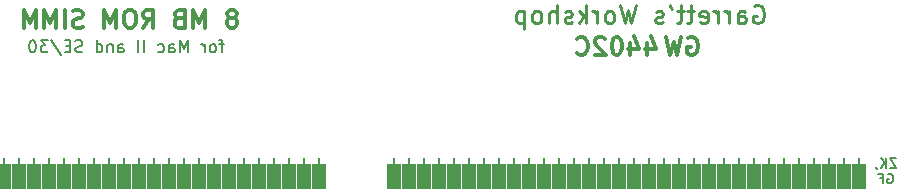
<source format=gbo>
G04 #@! TF.GenerationSoftware,KiCad,Pcbnew,(6.0.1-0)*
G04 #@! TF.CreationDate,2022-02-13T04:03:45-05:00*
G04 #@! TF.ProjectId,ROMSIMM,524f4d53-494d-44d2-9e6b-696361645f70,1.0*
G04 #@! TF.SameCoordinates,Original*
G04 #@! TF.FileFunction,Legend,Bot*
G04 #@! TF.FilePolarity,Positive*
%FSLAX46Y46*%
G04 Gerber Fmt 4.6, Leading zero omitted, Abs format (unit mm)*
G04 Created by KiCad (PCBNEW (6.0.1-0)) date 2022-02-13 04:03:45*
%MOMM*%
%LPD*%
G01*
G04 APERTURE LIST*
G04 Aperture macros list*
%AMRoundRect*
0 Rectangle with rounded corners*
0 $1 Rounding radius*
0 $2 $3 $4 $5 $6 $7 $8 $9 X,Y pos of 4 corners*
0 Add a 4 corners polygon primitive as box body*
4,1,4,$2,$3,$4,$5,$6,$7,$8,$9,$2,$3,0*
0 Add four circle primitives for the rounded corners*
1,1,$1+$1,$2,$3*
1,1,$1+$1,$4,$5*
1,1,$1+$1,$6,$7*
1,1,$1+$1,$8,$9*
0 Add four rect primitives between the rounded corners*
20,1,$1+$1,$2,$3,$4,$5,0*
20,1,$1+$1,$4,$5,$6,$7,0*
20,1,$1+$1,$6,$7,$8,$9,0*
20,1,$1+$1,$8,$9,$2,$3,0*%
G04 Aperture macros list end*
%ADD10C,0.203200*%
%ADD11C,0.300000*%
%ADD12C,0.225000*%
%ADD13C,0.175000*%
%ADD14RoundRect,0.491560X-0.104140X-1.107440X0.104140X-1.107440X0.104140X1.107440X-0.104140X1.107440X0*%
%ADD15C,1.448000*%
G04 APERTURE END LIST*
D10*
X109440133Y-114869685D02*
X109053085Y-114869685D01*
X109294990Y-115547019D02*
X109294990Y-114676161D01*
X109246609Y-114579400D01*
X109149847Y-114531019D01*
X109053085Y-114531019D01*
X108569276Y-115547019D02*
X108666038Y-115498638D01*
X108714419Y-115450257D01*
X108762800Y-115353495D01*
X108762800Y-115063209D01*
X108714419Y-114966447D01*
X108666038Y-114918066D01*
X108569276Y-114869685D01*
X108424133Y-114869685D01*
X108327371Y-114918066D01*
X108278990Y-114966447D01*
X108230609Y-115063209D01*
X108230609Y-115353495D01*
X108278990Y-115450257D01*
X108327371Y-115498638D01*
X108424133Y-115547019D01*
X108569276Y-115547019D01*
X107795180Y-115547019D02*
X107795180Y-114869685D01*
X107795180Y-115063209D02*
X107746800Y-114966447D01*
X107698419Y-114918066D01*
X107601657Y-114869685D01*
X107504895Y-114869685D01*
X106392133Y-115547019D02*
X106392133Y-114531019D01*
X106053466Y-115256733D01*
X105714800Y-114531019D01*
X105714800Y-115547019D01*
X104795561Y-115547019D02*
X104795561Y-115014828D01*
X104843942Y-114918066D01*
X104940704Y-114869685D01*
X105134228Y-114869685D01*
X105230990Y-114918066D01*
X104795561Y-115498638D02*
X104892323Y-115547019D01*
X105134228Y-115547019D01*
X105230990Y-115498638D01*
X105279371Y-115401876D01*
X105279371Y-115305114D01*
X105230990Y-115208352D01*
X105134228Y-115159971D01*
X104892323Y-115159971D01*
X104795561Y-115111590D01*
X103876323Y-115498638D02*
X103973085Y-115547019D01*
X104166609Y-115547019D01*
X104263371Y-115498638D01*
X104311752Y-115450257D01*
X104360133Y-115353495D01*
X104360133Y-115063209D01*
X104311752Y-114966447D01*
X104263371Y-114918066D01*
X104166609Y-114869685D01*
X103973085Y-114869685D01*
X103876323Y-114918066D01*
X102666800Y-115547019D02*
X102666800Y-114531019D01*
X102182990Y-115547019D02*
X102182990Y-114531019D01*
X100489657Y-115547019D02*
X100489657Y-115014828D01*
X100538038Y-114918066D01*
X100634800Y-114869685D01*
X100828323Y-114869685D01*
X100925085Y-114918066D01*
X100489657Y-115498638D02*
X100586419Y-115547019D01*
X100828323Y-115547019D01*
X100925085Y-115498638D01*
X100973466Y-115401876D01*
X100973466Y-115305114D01*
X100925085Y-115208352D01*
X100828323Y-115159971D01*
X100586419Y-115159971D01*
X100489657Y-115111590D01*
X100005847Y-114869685D02*
X100005847Y-115547019D01*
X100005847Y-114966447D02*
X99957466Y-114918066D01*
X99860704Y-114869685D01*
X99715561Y-114869685D01*
X99618800Y-114918066D01*
X99570419Y-115014828D01*
X99570419Y-115547019D01*
X98651180Y-115547019D02*
X98651180Y-114531019D01*
X98651180Y-115498638D02*
X98747942Y-115547019D01*
X98941466Y-115547019D01*
X99038228Y-115498638D01*
X99086609Y-115450257D01*
X99134990Y-115353495D01*
X99134990Y-115063209D01*
X99086609Y-114966447D01*
X99038228Y-114918066D01*
X98941466Y-114869685D01*
X98747942Y-114869685D01*
X98651180Y-114918066D01*
X97441657Y-115498638D02*
X97296514Y-115547019D01*
X97054609Y-115547019D01*
X96957847Y-115498638D01*
X96909466Y-115450257D01*
X96861085Y-115353495D01*
X96861085Y-115256733D01*
X96909466Y-115159971D01*
X96957847Y-115111590D01*
X97054609Y-115063209D01*
X97248133Y-115014828D01*
X97344895Y-114966447D01*
X97393276Y-114918066D01*
X97441657Y-114821304D01*
X97441657Y-114724542D01*
X97393276Y-114627780D01*
X97344895Y-114579400D01*
X97248133Y-114531019D01*
X97006228Y-114531019D01*
X96861085Y-114579400D01*
X96425657Y-115014828D02*
X96086990Y-115014828D01*
X95941847Y-115547019D02*
X96425657Y-115547019D01*
X96425657Y-114531019D01*
X95941847Y-114531019D01*
X94780704Y-114482638D02*
X95651561Y-115788923D01*
X94538800Y-114531019D02*
X93909847Y-114531019D01*
X94248514Y-114918066D01*
X94103371Y-114918066D01*
X94006609Y-114966447D01*
X93958228Y-115014828D01*
X93909847Y-115111590D01*
X93909847Y-115353495D01*
X93958228Y-115450257D01*
X94006609Y-115498638D01*
X94103371Y-115547019D01*
X94393657Y-115547019D01*
X94490419Y-115498638D01*
X94538800Y-115450257D01*
X93280895Y-114531019D02*
X93184133Y-114531019D01*
X93087371Y-114579400D01*
X93038990Y-114627780D01*
X92990609Y-114724542D01*
X92942228Y-114918066D01*
X92942228Y-115159971D01*
X92990609Y-115353495D01*
X93038990Y-115450257D01*
X93087371Y-115498638D01*
X93184133Y-115547019D01*
X93280895Y-115547019D01*
X93377657Y-115498638D01*
X93426038Y-115450257D01*
X93474419Y-115353495D01*
X93522800Y-115159971D01*
X93522800Y-114918066D01*
X93474419Y-114724542D01*
X93426038Y-114627780D01*
X93377657Y-114579400D01*
X93280895Y-114531019D01*
D11*
X110254142Y-112594571D02*
X110399285Y-112522000D01*
X110471857Y-112449428D01*
X110544428Y-112304285D01*
X110544428Y-112231714D01*
X110471857Y-112086571D01*
X110399285Y-112014000D01*
X110254142Y-111941428D01*
X109963857Y-111941428D01*
X109818714Y-112014000D01*
X109746142Y-112086571D01*
X109673571Y-112231714D01*
X109673571Y-112304285D01*
X109746142Y-112449428D01*
X109818714Y-112522000D01*
X109963857Y-112594571D01*
X110254142Y-112594571D01*
X110399285Y-112667142D01*
X110471857Y-112739714D01*
X110544428Y-112884857D01*
X110544428Y-113175142D01*
X110471857Y-113320285D01*
X110399285Y-113392857D01*
X110254142Y-113465428D01*
X109963857Y-113465428D01*
X109818714Y-113392857D01*
X109746142Y-113320285D01*
X109673571Y-113175142D01*
X109673571Y-112884857D01*
X109746142Y-112739714D01*
X109818714Y-112667142D01*
X109963857Y-112594571D01*
X107859285Y-113465428D02*
X107859285Y-111941428D01*
X107351285Y-113030000D01*
X106843285Y-111941428D01*
X106843285Y-113465428D01*
X105609571Y-112667142D02*
X105391857Y-112739714D01*
X105319285Y-112812285D01*
X105246714Y-112957428D01*
X105246714Y-113175142D01*
X105319285Y-113320285D01*
X105391857Y-113392857D01*
X105537000Y-113465428D01*
X106117571Y-113465428D01*
X106117571Y-111941428D01*
X105609571Y-111941428D01*
X105464428Y-112014000D01*
X105391857Y-112086571D01*
X105319285Y-112231714D01*
X105319285Y-112376857D01*
X105391857Y-112522000D01*
X105464428Y-112594571D01*
X105609571Y-112667142D01*
X106117571Y-112667142D01*
X102561571Y-113465428D02*
X103069571Y-112739714D01*
X103432428Y-113465428D02*
X103432428Y-111941428D01*
X102851857Y-111941428D01*
X102706714Y-112014000D01*
X102634142Y-112086571D01*
X102561571Y-112231714D01*
X102561571Y-112449428D01*
X102634142Y-112594571D01*
X102706714Y-112667142D01*
X102851857Y-112739714D01*
X103432428Y-112739714D01*
X101618142Y-111941428D02*
X101327857Y-111941428D01*
X101182714Y-112014000D01*
X101037571Y-112159142D01*
X100965000Y-112449428D01*
X100965000Y-112957428D01*
X101037571Y-113247714D01*
X101182714Y-113392857D01*
X101327857Y-113465428D01*
X101618142Y-113465428D01*
X101763285Y-113392857D01*
X101908428Y-113247714D01*
X101981000Y-112957428D01*
X101981000Y-112449428D01*
X101908428Y-112159142D01*
X101763285Y-112014000D01*
X101618142Y-111941428D01*
X100311857Y-113465428D02*
X100311857Y-111941428D01*
X99803857Y-113030000D01*
X99295857Y-111941428D01*
X99295857Y-113465428D01*
X97481571Y-113392857D02*
X97263857Y-113465428D01*
X96901000Y-113465428D01*
X96755857Y-113392857D01*
X96683285Y-113320285D01*
X96610714Y-113175142D01*
X96610714Y-113030000D01*
X96683285Y-112884857D01*
X96755857Y-112812285D01*
X96901000Y-112739714D01*
X97191285Y-112667142D01*
X97336428Y-112594571D01*
X97409000Y-112522000D01*
X97481571Y-112376857D01*
X97481571Y-112231714D01*
X97409000Y-112086571D01*
X97336428Y-112014000D01*
X97191285Y-111941428D01*
X96828428Y-111941428D01*
X96610714Y-112014000D01*
X95957571Y-113465428D02*
X95957571Y-111941428D01*
X95231857Y-113465428D02*
X95231857Y-111941428D01*
X94723857Y-113030000D01*
X94215857Y-111941428D01*
X94215857Y-113465428D01*
X93490142Y-113465428D02*
X93490142Y-111941428D01*
X92982142Y-113030000D01*
X92474142Y-111941428D01*
X92474142Y-113465428D01*
D12*
X154305000Y-111633000D02*
X154450142Y-111560428D01*
X154667857Y-111560428D01*
X154885571Y-111633000D01*
X155030714Y-111778142D01*
X155103285Y-111923285D01*
X155175857Y-112213571D01*
X155175857Y-112431285D01*
X155103285Y-112721571D01*
X155030714Y-112866714D01*
X154885571Y-113011857D01*
X154667857Y-113084428D01*
X154522714Y-113084428D01*
X154305000Y-113011857D01*
X154232428Y-112939285D01*
X154232428Y-112431285D01*
X154522714Y-112431285D01*
X152926142Y-113084428D02*
X152926142Y-112286142D01*
X152998714Y-112141000D01*
X153143857Y-112068428D01*
X153434142Y-112068428D01*
X153579285Y-112141000D01*
X152926142Y-113011857D02*
X153071285Y-113084428D01*
X153434142Y-113084428D01*
X153579285Y-113011857D01*
X153651857Y-112866714D01*
X153651857Y-112721571D01*
X153579285Y-112576428D01*
X153434142Y-112503857D01*
X153071285Y-112503857D01*
X152926142Y-112431285D01*
X152200428Y-113084428D02*
X152200428Y-112068428D01*
X152200428Y-112358714D02*
X152127857Y-112213571D01*
X152055285Y-112141000D01*
X151910142Y-112068428D01*
X151765000Y-112068428D01*
X151257000Y-113084428D02*
X151257000Y-112068428D01*
X151257000Y-112358714D02*
X151184428Y-112213571D01*
X151111857Y-112141000D01*
X150966714Y-112068428D01*
X150821571Y-112068428D01*
X149733000Y-113011857D02*
X149878142Y-113084428D01*
X150168428Y-113084428D01*
X150313571Y-113011857D01*
X150386142Y-112866714D01*
X150386142Y-112286142D01*
X150313571Y-112141000D01*
X150168428Y-112068428D01*
X149878142Y-112068428D01*
X149733000Y-112141000D01*
X149660428Y-112286142D01*
X149660428Y-112431285D01*
X150386142Y-112576428D01*
X149225000Y-112068428D02*
X148644428Y-112068428D01*
X149007285Y-111560428D02*
X149007285Y-112866714D01*
X148934714Y-113011857D01*
X148789571Y-113084428D01*
X148644428Y-113084428D01*
X148354142Y-112068428D02*
X147773571Y-112068428D01*
X148136428Y-111560428D02*
X148136428Y-112866714D01*
X148063857Y-113011857D01*
X147918714Y-113084428D01*
X147773571Y-113084428D01*
X147193000Y-111560428D02*
X147193000Y-111633000D01*
X147265571Y-111778142D01*
X147338142Y-111850714D01*
X146612428Y-113011857D02*
X146467285Y-113084428D01*
X146177000Y-113084428D01*
X146031857Y-113011857D01*
X145959285Y-112866714D01*
X145959285Y-112794142D01*
X146031857Y-112649000D01*
X146177000Y-112576428D01*
X146394714Y-112576428D01*
X146539857Y-112503857D01*
X146612428Y-112358714D01*
X146612428Y-112286142D01*
X146539857Y-112141000D01*
X146394714Y-112068428D01*
X146177000Y-112068428D01*
X146031857Y-112141000D01*
X144290142Y-111560428D02*
X143927285Y-113084428D01*
X143637000Y-111995857D01*
X143346714Y-113084428D01*
X142983857Y-111560428D01*
X142185571Y-113084428D02*
X142330714Y-113011857D01*
X142403285Y-112939285D01*
X142475857Y-112794142D01*
X142475857Y-112358714D01*
X142403285Y-112213571D01*
X142330714Y-112141000D01*
X142185571Y-112068428D01*
X141967857Y-112068428D01*
X141822714Y-112141000D01*
X141750142Y-112213571D01*
X141677571Y-112358714D01*
X141677571Y-112794142D01*
X141750142Y-112939285D01*
X141822714Y-113011857D01*
X141967857Y-113084428D01*
X142185571Y-113084428D01*
X141024428Y-113084428D02*
X141024428Y-112068428D01*
X141024428Y-112358714D02*
X140951857Y-112213571D01*
X140879285Y-112141000D01*
X140734142Y-112068428D01*
X140589000Y-112068428D01*
X140081000Y-113084428D02*
X140081000Y-111560428D01*
X139935857Y-112503857D02*
X139500428Y-113084428D01*
X139500428Y-112068428D02*
X140081000Y-112649000D01*
X138919857Y-113011857D02*
X138774714Y-113084428D01*
X138484428Y-113084428D01*
X138339285Y-113011857D01*
X138266714Y-112866714D01*
X138266714Y-112794142D01*
X138339285Y-112649000D01*
X138484428Y-112576428D01*
X138702142Y-112576428D01*
X138847285Y-112503857D01*
X138919857Y-112358714D01*
X138919857Y-112286142D01*
X138847285Y-112141000D01*
X138702142Y-112068428D01*
X138484428Y-112068428D01*
X138339285Y-112141000D01*
X137613571Y-113084428D02*
X137613571Y-111560428D01*
X136960428Y-113084428D02*
X136960428Y-112286142D01*
X137033000Y-112141000D01*
X137178142Y-112068428D01*
X137395857Y-112068428D01*
X137541000Y-112141000D01*
X137613571Y-112213571D01*
X136017000Y-113084428D02*
X136162142Y-113011857D01*
X136234714Y-112939285D01*
X136307285Y-112794142D01*
X136307285Y-112358714D01*
X136234714Y-112213571D01*
X136162142Y-112141000D01*
X136017000Y-112068428D01*
X135799285Y-112068428D01*
X135654142Y-112141000D01*
X135581571Y-112213571D01*
X135509000Y-112358714D01*
X135509000Y-112794142D01*
X135581571Y-112939285D01*
X135654142Y-113011857D01*
X135799285Y-113084428D01*
X136017000Y-113084428D01*
X134855857Y-112068428D02*
X134855857Y-113592428D01*
X134855857Y-112141000D02*
X134710714Y-112068428D01*
X134420428Y-112068428D01*
X134275285Y-112141000D01*
X134202714Y-112213571D01*
X134130142Y-112358714D01*
X134130142Y-112794142D01*
X134202714Y-112939285D01*
X134275285Y-113011857D01*
X134420428Y-113084428D01*
X134710714Y-113084428D01*
X134855857Y-113011857D01*
D11*
X145257286Y-114740571D02*
X145257286Y-115740571D01*
X145614428Y-114169142D02*
X145971571Y-115240571D01*
X145043000Y-115240571D01*
X143828714Y-114740571D02*
X143828714Y-115740571D01*
X144185857Y-114169142D02*
X144543000Y-115240571D01*
X143614428Y-115240571D01*
X142757286Y-114240571D02*
X142614428Y-114240571D01*
X142471571Y-114312000D01*
X142400143Y-114383428D01*
X142328714Y-114526285D01*
X142257286Y-114812000D01*
X142257286Y-115169142D01*
X142328714Y-115454857D01*
X142400143Y-115597714D01*
X142471571Y-115669142D01*
X142614428Y-115740571D01*
X142757286Y-115740571D01*
X142900143Y-115669142D01*
X142971571Y-115597714D01*
X143043000Y-115454857D01*
X143114428Y-115169142D01*
X143114428Y-114812000D01*
X143043000Y-114526285D01*
X142971571Y-114383428D01*
X142900143Y-114312000D01*
X142757286Y-114240571D01*
X141685857Y-114383428D02*
X141614428Y-114312000D01*
X141471571Y-114240571D01*
X141114428Y-114240571D01*
X140971571Y-114312000D01*
X140900143Y-114383428D01*
X140828714Y-114526285D01*
X140828714Y-114669142D01*
X140900143Y-114883428D01*
X141757286Y-115740571D01*
X140828714Y-115740571D01*
X139328714Y-115597714D02*
X139400143Y-115669142D01*
X139614428Y-115740571D01*
X139757286Y-115740571D01*
X139971571Y-115669142D01*
X140114428Y-115526285D01*
X140185857Y-115383428D01*
X140257286Y-115097714D01*
X140257286Y-114883428D01*
X140185857Y-114597714D01*
X140114428Y-114454857D01*
X139971571Y-114312000D01*
X139757286Y-114240571D01*
X139614428Y-114240571D01*
X139400143Y-114312000D01*
X139328714Y-114383428D01*
X148739142Y-114312000D02*
X148881999Y-114240571D01*
X149096285Y-114240571D01*
X149310571Y-114312000D01*
X149453428Y-114454857D01*
X149524856Y-114597714D01*
X149596285Y-114883428D01*
X149596285Y-115097714D01*
X149524856Y-115383428D01*
X149453428Y-115526285D01*
X149310571Y-115669142D01*
X149096285Y-115740571D01*
X148953428Y-115740571D01*
X148739142Y-115669142D01*
X148667714Y-115597714D01*
X148667714Y-115097714D01*
X148953428Y-115097714D01*
X148167714Y-114240571D02*
X147810571Y-115740571D01*
X147524856Y-114669142D01*
X147239142Y-115740571D01*
X146881999Y-114240571D01*
D10*
X166351857Y-124503591D02*
X165809990Y-124503591D01*
X166351857Y-125316391D01*
X165809990Y-125316391D01*
X165500352Y-125316391D02*
X165500352Y-124503591D01*
X165035895Y-125316391D02*
X165384238Y-124851934D01*
X165035895Y-124503591D02*
X165500352Y-124968048D01*
X164648847Y-125277686D02*
X164648847Y-125316391D01*
X164687552Y-125393800D01*
X164726257Y-125432505D01*
X165616466Y-125850904D02*
X165693876Y-125812199D01*
X165809990Y-125812199D01*
X165926104Y-125850904D01*
X166003514Y-125928313D01*
X166042219Y-126005723D01*
X166080923Y-126160542D01*
X166080923Y-126276656D01*
X166042219Y-126431475D01*
X166003514Y-126508884D01*
X165926104Y-126586294D01*
X165809990Y-126624999D01*
X165732580Y-126624999D01*
X165616466Y-126586294D01*
X165577761Y-126547589D01*
X165577761Y-126276656D01*
X165732580Y-126276656D01*
X164958485Y-126199246D02*
X165229419Y-126199246D01*
X165229419Y-126624999D02*
X165229419Y-125812199D01*
X164842371Y-125812199D01*
%LPC*%
D13*
X163195000Y-127635000D02*
X123825000Y-127635000D01*
X123825000Y-127635000D02*
X123317000Y-125031500D01*
X123317000Y-125031500D02*
X163703000Y-125031500D01*
X163703000Y-125031500D02*
X163195000Y-127635000D01*
G36*
X163195000Y-127635000D02*
G01*
X123825000Y-127635000D01*
X123317000Y-125031500D01*
X163703000Y-125031500D01*
X163195000Y-127635000D01*
G37*
X163195000Y-127635000D02*
X123825000Y-127635000D01*
X123317000Y-125031500D01*
X163703000Y-125031500D01*
X163195000Y-127635000D01*
X117475000Y-127635000D02*
X78105000Y-127635000D01*
X78105000Y-127635000D02*
X77597000Y-125031500D01*
X77597000Y-125031500D02*
X117983000Y-125031500D01*
X117983000Y-125031500D02*
X117475000Y-127635000D01*
G36*
X117475000Y-127635000D02*
G01*
X78105000Y-127635000D01*
X77597000Y-125031500D01*
X117983000Y-125031500D01*
X117475000Y-127635000D01*
G37*
X117475000Y-127635000D02*
X78105000Y-127635000D01*
X77597000Y-125031500D01*
X117983000Y-125031500D01*
X117475000Y-127635000D01*
D14*
X78105000Y-126111000D03*
X79375000Y-126111000D03*
X80645000Y-126111000D03*
X81915000Y-126111000D03*
X83185000Y-126111000D03*
X84455000Y-126111000D03*
X85725000Y-126111000D03*
X86995000Y-126111000D03*
X88265000Y-126111000D03*
X89535000Y-126111000D03*
X90805000Y-126111000D03*
X92075000Y-126111000D03*
X93345000Y-126111000D03*
X94615000Y-126111000D03*
X95885000Y-126111000D03*
X97155000Y-126111000D03*
X98425000Y-126111000D03*
X99695000Y-126111000D03*
X100965000Y-126111000D03*
X102235000Y-126111000D03*
X103505000Y-126111000D03*
X104775000Y-126111000D03*
X106045000Y-126111000D03*
X107315000Y-126111000D03*
X108585000Y-126111000D03*
X109855000Y-126111000D03*
X111125000Y-126111000D03*
X112395000Y-126111000D03*
X113665000Y-126111000D03*
X114935000Y-126111000D03*
X116205000Y-126111000D03*
X117475000Y-126111000D03*
X123825000Y-126111000D03*
X125095000Y-126111000D03*
X126365000Y-126111000D03*
X127635000Y-126111000D03*
X128905000Y-126111000D03*
X130175000Y-126111000D03*
X131445000Y-126111000D03*
X132715000Y-126111000D03*
X133985000Y-126111000D03*
X135255000Y-126111000D03*
X136525000Y-126111000D03*
X137795000Y-126111000D03*
X139065000Y-126111000D03*
X140335000Y-126111000D03*
X141605000Y-126111000D03*
X142875000Y-126111000D03*
X144145000Y-126111000D03*
X145415000Y-126111000D03*
X146685000Y-126111000D03*
X147955000Y-126111000D03*
X149225000Y-126111000D03*
X150495000Y-126111000D03*
X151765000Y-126111000D03*
X153035000Y-126111000D03*
X154305000Y-126111000D03*
X155575000Y-126111000D03*
X156845000Y-126111000D03*
X158115000Y-126111000D03*
X159385000Y-126111000D03*
X160655000Y-126111000D03*
X161925000Y-126111000D03*
X163195000Y-126111000D03*
D15*
X73406000Y-104267000D03*
X75438000Y-125984000D03*
X167894000Y-125984000D03*
X167894000Y-104267000D03*
M02*

</source>
